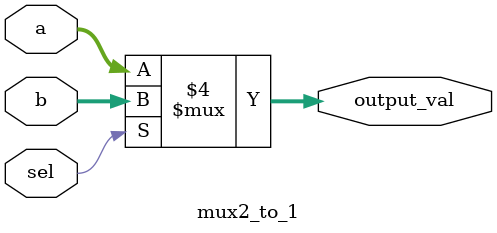
<source format=v>
module mux2_to_1 (a,b,sel,output_val);
	input wire [31:0] a;
	input wire [31:0] b;
	input wire sel;
	output reg [31:0] output_val;
	always@(a,b,sel) begin
		if(sel == 0)
			output_val = a;
		else 
			output_val = b;
	end 
endmodule 
</source>
